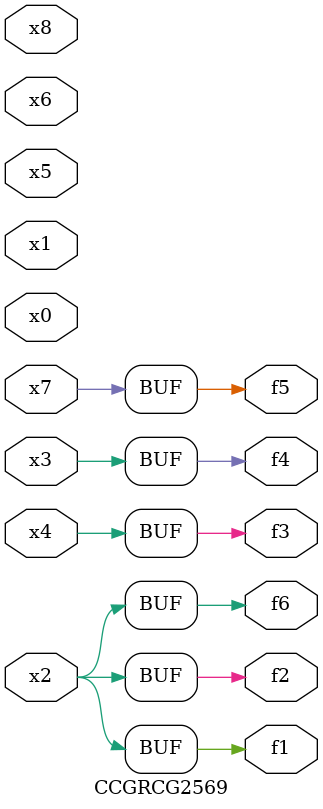
<source format=v>
module CCGRCG2569(
	input x0, x1, x2, x3, x4, x5, x6, x7, x8,
	output f1, f2, f3, f4, f5, f6
);
	assign f1 = x2;
	assign f2 = x2;
	assign f3 = x4;
	assign f4 = x3;
	assign f5 = x7;
	assign f6 = x2;
endmodule

</source>
